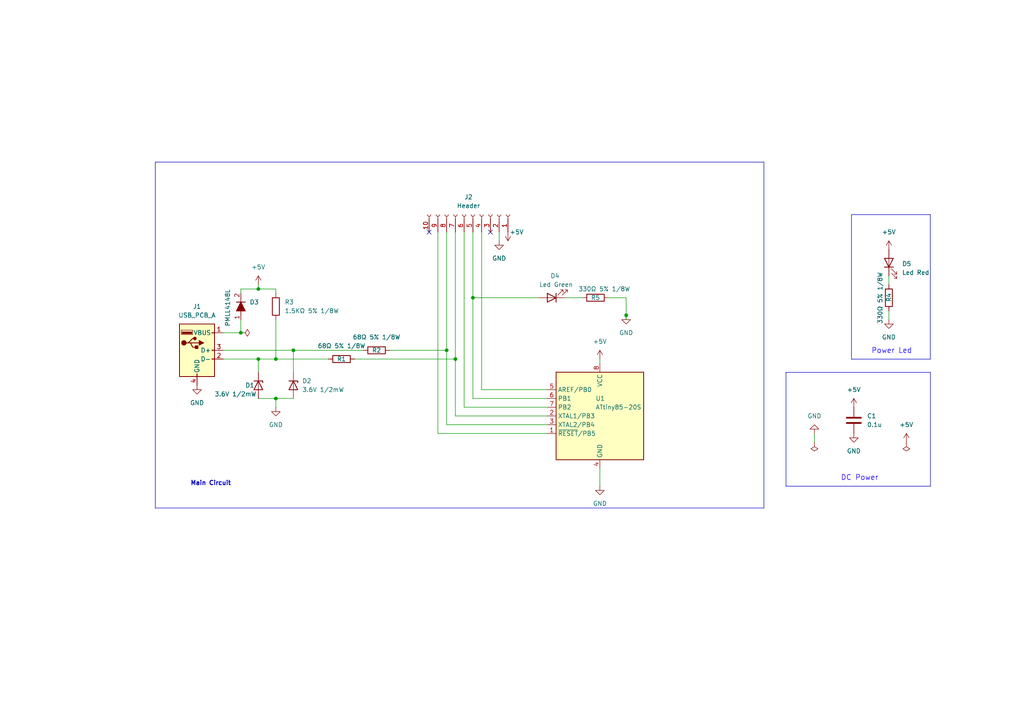
<source format=kicad_sch>
(kicad_sch (version 20250114) (generator "eeschema") (generator_version "9.0")
  (paper "A4")
  (title_block (title "ALBIZURI PYLIPEC") (date "2024-03-18") (rev "version Test2024") (company "UCC") (comment 1 "proyectoBase2024"))
  (lib_symbols
    (symbol "+5V_1" (power) (pin_names (offset 0))
      (property "Value" "+5V_1" (at 0 3.556 0))
      (symbol "+5V_1_0_1"
        (polyline (pts (xy -0.762 1.27) (xy 0 2.54)))
        (polyline (pts (xy 0 2.54) (xy 0.762 1.27)))
        (polyline (pts (xy 0 0) (xy 0 2.54)))
      )
      (symbol "+5V_1_1_1"
        (pin power_in line (at 0 0 90) (length 0) (hide yes) (name "+5V") (number "1"))
      )
    )
    (symbol "Connector:Conn_01x10_Socket" (pin_names (offset 1.016) (hide yes))
      (property "Reference" "J" (at 0 12.7 0))
      (property "Value" "Conn_01x10_Socket" (at 0 -15.24 0))
      (symbol "Conn_01x10_Socket_1_1"
        (polyline (pts (xy -1.27 10.16) (xy -0.508 10.16)) (stroke (width 0.1524)))
        (polyline (pts (xy -1.27 7.62) (xy -0.508 7.62)) (stroke (width 0.1524)))
        (polyline (pts (xy -1.27 5.08) (xy -0.508 5.08)) (stroke (width 0.1524)))
        (polyline (pts (xy -1.27 2.54) (xy -0.508 2.54)) (stroke (width 0.1524)))
        (polyline (pts (xy -1.27 0) (xy -0.508 0)) (stroke (width 0.1524)))
        (polyline (pts (xy -1.27 -2.54) (xy -0.508 -2.54)) (stroke (width 0.1524)))
        (polyline (pts (xy -1.27 -5.08) (xy -0.508 -5.08)) (stroke (width 0.1524)))
        (polyline (pts (xy -1.27 -7.62) (xy -0.508 -7.62)) (stroke (width 0.1524)))
        (polyline (pts (xy -1.27 -10.16) (xy -0.508 -10.16)) (stroke (width 0.1524)))
        (polyline (pts (xy -1.27 -12.7) (xy -0.508 -12.7)) (stroke (width 0.1524)))
        (arc (start 0 9.652) (mid -0.5058 10.16) (end 0 10.668) (stroke (width 0.1524)))
        (arc (start 0 7.112) (mid -0.5058 7.62) (end 0 8.128) (stroke (width 0.1524)))
        (arc (start 0 4.572) (mid -0.5058 5.08) (end 0 5.588) (stroke (width 0.1524)))
        (arc (start 0 2.032) (mid -0.5058 2.54) (end 0 3.048) (stroke (width 0.1524)))
        (arc (start 0 -0.508) (mid -0.5058 0) (end 0 0.508) (stroke (width 0.1524)))
        (arc (start 0 -3.048) (mid -0.5058 -2.54) (end 0 -2.032) (stroke (width 0.1524)))
        (arc (start 0 -5.588) (mid -0.5058 -5.08) (end 0 -4.572) (stroke (width 0.1524)))
        (arc (start 0 -8.128) (mid -0.5058 -7.62) (end 0 -7.112) (stroke (width 0.1524)))
        (arc (start 0 -10.668) (mid -0.5058 -10.16) (end 0 -9.652) (stroke (width 0.1524)))
        (arc (start 0 -13.208) (mid -0.5058 -12.7) (end 0 -12.192) (stroke (width 0.1524)))
        (pin passive line (at -5.08 10.16 0) (length 3.81) (name "Pin_1") (number "1"))
        (pin passive line (at -5.08 7.62 0) (length 3.81) (name "Pin_2") (number "2"))
        (pin passive line (at -5.08 5.08 0) (length 3.81) (name "Pin_3") (number "3"))
        (pin passive line (at -5.08 2.54 0) (length 3.81) (name "Pin_4") (number "4"))
        (pin passive line (at -5.08 0 0) (length 3.81) (name "Pin_5") (number "5"))
        (pin passive line (at -5.08 -2.54 0) (length 3.81) (name "Pin_6") (number "6"))
        (pin passive line (at -5.08 -5.08 0) (length 3.81) (name "Pin_7") (number "7"))
        (pin passive line (at -5.08 -7.62 0) (length 3.81) (name "Pin_8") (number "8"))
        (pin passive line (at -5.08 -10.16 0) (length 3.81) (name "Pin_9") (number "9"))
        (pin passive line (at -5.08 -12.7 0) (length 3.81) (name "Pin_10") (number "10"))
      )
    )
    (symbol "Connector:USB_A" (pin_names (offset 1.016))
      (property "Reference" "J2" (at 0 12.7 0))
      (property "Value" "USB_A" (at 0 10.16 0))
      (symbol "USB_A_0_1"
        (rectangle (start -5.08 -7.62) (end 5.08 7.62) (stroke (width 0.254)) (fill (type background)))
        (circle (center -3.81 2.159) (radius 0.635) (stroke (width 0.254)) (fill (type outline)))
        (polyline (pts (xy -3.175 2.159) (xy -2.54 2.159) (xy -1.27 3.429) (xy -0.635 3.429)) (stroke (width 0.254)))
        (polyline (pts (xy -2.54 2.159) (xy -1.905 2.159) (xy -1.27 0.889) (xy 0 0.889)) (stroke (width 0.254)))
        (rectangle (start -1.524 4.826) (end -4.318 5.334) (fill (type outline)))
        (rectangle (start -1.27 4.572) (end -4.572 5.842))
        (circle (center -0.635 3.429) (radius 0.381) (stroke (width 0.254)) (fill (type outline)))
        (rectangle (start -0.127 -7.62) (end 0.127 -6.858))
        (rectangle (start 0.254 1.27) (end -0.508 0.508) (stroke (width 0.254)) (fill (type outline)))
        (polyline (pts (xy 0.635 2.794) (xy 0.635 1.524) (xy 1.905 2.159) (xy 0.635 2.794)) (stroke (width 0.254)) (fill (type outline)))
        (rectangle (start 5.08 4.953) (end 4.318 5.207))
        (rectangle (start 5.08 -0.127) (end 4.318 0.127))
        (rectangle (start 5.08 -2.667) (end 4.318 -2.413))
      )
      (symbol "USB_A_1_1"
        (polyline (pts (xy -1.905 2.159) (xy 0.635 2.159)) (stroke (width 0.254)))
        (pin power_in line (at 0 -10.16 90) (length 2.54) (name "GND") (number "4"))
        (pin power_in line (at 7.62 5.08 180) (length 2.54) (name "VBUS") (number "1"))
        (pin bidirectional line (at 7.62 0 180) (length 2.54) (name "D+") (number "3"))
        (pin bidirectional line (at 7.62 -2.54 180) (length 2.54) (name "D-") (number "2"))
      )
    )
    (symbol "D_Filled_1" (pin_numbers (hide yes)) (pin_names (offset 1.016) (hide yes))
      (property "Reference" "D" (at 0 2.54 0))
      (property "Value" "D_Filled" (at 0 -2.54 0))
      (symbol "D_Filled_1_0_1"
        (polyline (pts (xy -1.27 1.27) (xy -1.27 -1.27)) (stroke (width 0.254)))
        (polyline (pts (xy 1.27 1.27) (xy 1.27 -1.27) (xy -1.27 0) (xy 1.27 1.27)) (stroke (width 0.254)) (fill (type outline)))
        (polyline (pts (xy 1.27 0) (xy -1.27 0)))
      )
      (symbol "D_Filled_1_1_1"
        (pin passive line (at -3.81 0 0) (length 2.54) (name "K") (number "1"))
        (pin passive line (at 3.81 0 180) (length 2.54) (name "A") (number "2"))
      )
    )
    (symbol "Device:C" (pin_numbers (hide yes)) (pin_names (offset 0.254))
      (property "Reference" "C" (at 0.635 2.54 0))
      (property "Value" "C" (at 0.635 -2.54 0))
      (symbol "C_0_1"
        (polyline (pts (xy -2.032 0.762) (xy 2.032 0.762)) (stroke (width 0.508)))
        (polyline (pts (xy -2.032 -0.762) (xy 2.032 -0.762)) (stroke (width 0.508)))
      )
      (symbol "C_1_1"
        (pin passive line (at 0 3.81 270) (length 2.794) (name "~") (number "1"))
        (pin passive line (at 0 -3.81 90) (length 2.794) (name "~") (number "2"))
      )
    )
    (symbol "Device:D_Zener" (pin_numbers (hide yes)) (pin_names (offset 1.016) (hide yes))
      (property "Reference" "D" (at 0 2.54 0))
      (property "Value" "D_Zener" (at 0 -2.54 0))
      (symbol "D_Zener_0_1"
        (polyline (pts (xy -1.27 -1.27) (xy -1.27 1.27) (xy -0.762 1.27)) (stroke (width 0.254)))
        (polyline (pts (xy 1.27 0) (xy -1.27 0)))
        (polyline (pts (xy 1.27 -1.27) (xy 1.27 1.27) (xy -1.27 0) (xy 1.27 -1.27)) (stroke (width 0.254)))
      )
      (symbol "D_Zener_1_1"
        (pin passive line (at -3.81 0 0) (length 2.54) (name "K") (number "1"))
        (pin passive line (at 3.81 0 180) (length 2.54) (name "A") (number "2"))
      )
    )
    (symbol "Device:LED" (pin_numbers (hide yes)) (pin_names (offset 1.016) (hide yes))
      (property "Reference" "D" (at 0 2.54 0))
      (property "Value" "LED" (at 0 -2.54 0))
      (symbol "LED_0_1"
        (polyline (pts (xy -3.048 -0.762) (xy -4.572 -2.286) (xy -3.81 -2.286) (xy -4.572 -2.286) (xy -4.572 -1.524)))
        (polyline (pts (xy -1.778 -0.762) (xy -3.302 -2.286) (xy -2.54 -2.286) (xy -3.302 -2.286) (xy -3.302 -1.524)))
        (polyline (pts (xy -1.27 0) (xy 1.27 0)))
        (polyline (pts (xy -1.27 -1.27) (xy -1.27 1.27)) (stroke (width 0.254)))
        (polyline (pts (xy 1.27 -1.27) (xy 1.27 1.27) (xy -1.27 0) (xy 1.27 -1.27)) (stroke (width 0.254)))
      )
      (symbol "LED_1_1"
        (pin passive line (at -3.81 0 0) (length 2.54) (name "K") (number "1"))
        (pin passive line (at 3.81 0 180) (length 2.54) (name "A") (number "2"))
      )
    )
    (symbol "Device:R" (pin_numbers (hide yes)) (pin_names (offset 0))
      (property "Reference" "R" (at 2.032 0 90))
      (property "Value" "R" (at 0 0 90))
      (symbol "R_0_1"
        (rectangle (start -1.016 -2.54) (end 1.016 2.54) (stroke (width 0.254)))
      )
      (symbol "R_1_1"
        (pin passive line (at 0 3.81 270) (length 1.27) (name "~") (number "1"))
        (pin passive line (at 0 -3.81 90) (length 1.27) (name "~") (number "2"))
      )
    )
    (symbol "GND_1" (power) (pin_names (offset 0))
      (property "Value" "GND_1" (at 0 -3.81 0))
      (symbol "GND_1_0_1"
        (polyline (pts (xy 0 0) (xy 0 -1.27) (xy 1.27 -1.27) (xy 0 -2.54) (xy -1.27 -1.27) (xy 0 -1.27)))
      )
      (symbol "GND_1_1_1"
        (pin power_in line (at 0 0 270) (length 0) (hide yes) (name "GND") (number "1"))
      )
    )
    (symbol "MCU_Microchip_ATtiny:ATtiny85-20S"
      (property "Reference" "U" (at -12.7 13.97 0))
      (property "Value" "ATtiny85-20S" (at 2.54 -13.97 0))
      (symbol "ATtiny85-20S_0_1"
        (rectangle (start -12.7 -12.7) (end 12.7 12.7) (stroke (width 0.254)) (fill (type background)))
      )
      (symbol "ATtiny85-20S_1_1"
        (pin power_in line (at 0 15.24 270) (length 2.54) (name "VCC") (number "8"))
        (pin power_in line (at 0 -15.24 90) (length 2.54) (name "GND") (number "4"))
        (pin bidirectional line (at 15.24 7.62 180) (length 2.54) (name "AREF/PB0") (number "5"))
        (pin bidirectional line (at 15.24 5.08 180) (length 2.54) (name "PB1") (number "6"))
        (pin bidirectional line (at 15.24 2.54 180) (length 2.54) (name "PB2") (number "7"))
        (pin bidirectional line (at 15.24 0 180) (length 2.54) (name "XTAL1/PB3") (number "2"))
        (pin bidirectional line (at 15.24 -2.54 180) (length 2.54) (name "XTAL2/PB4") (number "3"))
        (pin bidirectional line (at 15.24 -5.08 180) (length 2.54) (name "~{RESET}/PB5") (number "1"))
      )
    )
    (symbol "PWR_FLAG_1" (power) (pin_numbers (hide yes)) (pin_names (offset 0) (hide yes))
      (property "Value" "PWR_FLAG_1" (at 0 3.81 0))
      (symbol "PWR_FLAG_1_0_0"
        (pin power_out line (at 0 0 90) (length 0) (name "pwr") (number "1"))
      )
      (symbol "PWR_FLAG_1_0_1"
        (polyline (pts (xy 0 0) (xy 0 1.27) (xy -1.016 1.905) (xy 0 2.54) (xy 1.016 1.905) (xy 0 1.27)))
      )
    )
    (symbol "power:+5V" (power) (pin_names (offset 0))
      (property "Value" "+5V" (at 0 3.556 0))
      (symbol "+5V_0_1"
        (polyline (pts (xy -0.762 1.27) (xy 0 2.54)))
        (polyline (pts (xy 0 2.54) (xy 0.762 1.27)))
        (polyline (pts (xy 0 0) (xy 0 2.54)))
      )
      (symbol "+5V_1_1"
        (pin power_in line (at 0 0 90) (length 0) (hide yes) (name "+5V") (number "1"))
      )
    )
    (symbol "power:GND" (power) (pin_names (offset 0))
      (property "Value" "GND" (at 0 -3.81 0))
      (symbol "GND_0_1"
        (polyline (pts (xy 0 0) (xy 0 -1.27) (xy 1.27 -1.27) (xy 0 -2.54) (xy -1.27 -1.27) (xy 0 -1.27)))
      )
      (symbol "GND_1_1"
        (pin power_in line (at 0 0 270) (length 0) (hide yes) (name "GND") (number "1"))
      )
    )
  )
  (text "Main Circuit" (at 55.1942 140.9954 0) (effects (font (size 1.27 1.27) (thickness 0.254) (bold yes)) (justify left bottom)))
  (junction (at 74.93 83.82))
  (junction (at 69.85 96.52))
  (junction (at 132.08 104.14))
  (junction (at 181.61 91.44))
  (junction (at 129.54 101.6))
  (junction (at 74.93 104.14))
  (junction (at 137.16 86.36))
  (junction (at 80.01 115.57))
  (junction (at 85.09 101.6))
  (junction (at 80.01 104.14))
  (no_connect (at 124.46 67.31))
  (no_connect (at 142.24 67.31))
  (wire (pts (xy 137.16 86.36) (xy 137.16 67.31)))
  (wire (pts (xy 134.62 67.31) (xy 134.62 118.11)))
  (wire (pts (xy 158.75 120.65) (xy 132.08 120.65)))
  (wire (pts (xy 129.54 101.6) (xy 129.54 123.19)))
  (wire (pts (xy 127 67.31) (xy 127 125.73)))
  (polyline (pts (xy 45.0342 147.3454) (xy 45.0342 47.0154)))
  (wire (pts (xy 113.03 101.6) (xy 129.54 101.6)))
  (wire (pts (xy 173.99 104.14) (xy 173.99 105.41)))
  (polyline (pts (xy 221.5642 47.0154) (xy 221.5642 147.3454)))
  (wire (pts (xy 85.09 101.6) (xy 85.09 107.95)))
  (wire (pts (xy 80.01 115.57) (xy 85.09 115.57)))
  (wire (pts (xy 80.01 92.71) (xy 80.01 104.14)))
  (wire (pts (xy 137.16 115.57) (xy 137.16 86.36)))
  (wire (pts (xy 74.93 82.55) (xy 74.93 83.82)))
  (polyline (pts (xy 269.8242 62.2554) (xy 269.8242 104.1654)))
  (wire (pts (xy 129.54 123.19) (xy 158.75 123.19)))
  (wire (pts (xy 102.87 104.14) (xy 132.08 104.14)))
  (wire (pts (xy 74.93 104.14) (xy 74.93 107.95)))
  (wire (pts (xy 132.08 104.14) (xy 132.08 67.31)))
  (polyline (pts (xy 227.965 108.0008) (xy 269.875 108.0008)))
  (wire (pts (xy 158.75 115.57) (xy 137.16 115.57)))
  (wire (pts (xy 163.83 86.36) (xy 168.91 86.36)))
  (polyline (pts (xy 269.8242 104.1654) (xy 246.9642 104.1654)))
  (wire (pts (xy 85.09 101.6) (xy 105.41 101.6)))
  (wire (pts (xy 80.01 83.82) (xy 80.01 85.09)))
  (wire (pts (xy 74.93 115.57) (xy 80.01 115.57)))
  (polyline (pts (xy 227.965 141.0208) (xy 227.965 108.0008)))
  (polyline (pts (xy 221.5642 147.3454) (xy 45.0342 147.3454)))
  (wire (pts (xy 181.61 91.44) (xy 181.61 92.71)))
  (wire (pts (xy 137.16 86.36) (xy 156.21 86.36)))
  (wire (pts (xy 64.77 104.14) (xy 74.93 104.14)))
  (wire (pts (xy 257.81 80.01) (xy 257.81 82.55)))
  (wire (pts (xy 80.01 115.57) (xy 80.01 118.11)))
  (wire (pts (xy 139.7 67.31) (xy 139.7 113.03)))
  (wire (pts (xy 80.01 83.82) (xy 74.93 83.82)))
  (wire (pts (xy 236.22 128.27) (xy 236.22 125.73)))
  (wire (pts (xy 181.61 86.36) (xy 181.61 91.44)))
  (wire (pts (xy 257.81 90.17) (xy 257.81 92.71)))
  (wire (pts (xy 144.78 67.31) (xy 144.78 69.85)))
  (polyline (pts (xy 246.9642 104.1654) (xy 246.9642 62.2554)))
  (polyline (pts (xy 246.9642 62.2554) (xy 269.8242 62.2554)))
  (wire (pts (xy 69.85 92.71) (xy 69.85 96.52)))
  (wire (pts (xy 139.7 113.03) (xy 158.75 113.03)))
  (wire (pts (xy 64.77 101.6) (xy 85.09 101.6)))
  (wire (pts (xy 64.77 96.52) (xy 69.85 96.52)))
  (wire (pts (xy 129.54 67.31) (xy 129.54 101.6)))
  (polyline (pts (xy 269.875 108.0008) (xy 269.875 141.0208)))
  (wire (pts (xy 132.08 120.65) (xy 132.08 104.14)))
  (polyline (pts (xy 45.0342 47.0154) (xy 221.5642 47.0154)))
  (wire (pts (xy 127 125.73) (xy 158.75 125.73)))
  (wire (pts (xy 80.01 104.14) (xy 95.25 104.14)))
  (wire (pts (xy 69.85 83.82) (xy 74.93 83.82)))
  (polyline (pts (xy 269.875 141.0208) (xy 227.965 141.0208)))
  (wire (pts (xy 173.99 140.97) (xy 173.99 135.89)))
  (wire (pts (xy 134.62 118.11) (xy 158.75 118.11)))
  (wire (pts (xy 74.93 104.14) (xy 80.01 104.14)))
  (wire (pts (xy 176.53 86.36) (xy 181.61 86.36)))
  (wire (pts (xy 69.85 83.82) (xy 69.85 85.09)))
  (label "2" (at 69.85 86.36 90))
  (label "DC Power" (at 243.84 139.7 0) (effects (font (size 1.5 1.5))))
  (label "Power Led" (at 252.73 102.87 0) (effects (font (size 1.5 1.5))))
  (label "1" (at 69.85 92.71 90))
  (symbol (lib_id "power:GND") (at 144.78 69.85 0) (unit 1)
    (property "Reference" "#PWR05" (effects (hide yes)))
    (property "Value" "GND" (at 144.78 74.93 0))
  )
  (symbol (lib_id "Device:R") (at 257.81 86.36 0) (unit 1)
    (property "Reference" "R4" (at 257.81 87.63 90) (effects (justify left)))
    (property "Value" "330Ω 5% 1/8W" (at 255.27 93.98 90) (effects (justify left)))
    (property "Footprint" "Resistor_SMD:R_0805_2012Metric_Pad1.20x1.40mm_HandSolder" (effects (hide yes)))
  )
  (symbol (lib_id "Device:LED") (at 257.81 76.2 90) (unit 1)
    (property "Reference" "D5" (at 261.62 76.5175 90) (effects (justify right)))
    (property "Value" "Led Red" (at 261.62 79.0575 90) (effects (justify right)))
    (property "Footprint" "ledSmd:ledSMD" (effects (hide yes)))
  )
  (symbol (lib_id "Device:R") (at 80.01 88.9 0) (unit 1)
    (property "Reference" "R3" (at 82.55 87.63 0) (effects (justify left)))
    (property "Value" "1.5KΩ 5% 1/8W" (at 82.55 90.17 0) (effects (justify left)))
    (property "Footprint" "Resistor_SMD:R_0805_2012Metric_Pad1.20x1.40mm_HandSolder" (effects (hide yes)))
  )
  (symbol (lib_id "Device:D_Zener") (at 74.93 111.76 270) (unit 1)
    (property "Reference" "D1" (at 71.12 111.76 90) (effects (justify left)))
    (property "Value" "3.6V 1/2mW" (at 62.23 114.3 90) (effects (justify left)))
    (property "Footprint" "Diode_SMD:D_SOD-123" (effects (hide yes)))
  )
  (symbol (lib_id "Device:R") (at 99.06 104.14 90) (unit 1)
    (property "Reference" "R1" (at 99.06 104.14 90))
    (property "Value" "68Ω 5% 1/8W" (at 99.06 100.33 90))
    (property "Footprint" "Resistor_SMD:R_0805_2012Metric_Pad1.20x1.40mm_HandSolder" (effects (hide yes)))
  )
  (symbol (lib_id "power:GND") (at 181.61 91.44 0) (unit 1)
    (property "Reference" "#PWR08" (effects (hide yes)))
    (property "Value" "GND" (at 181.61 96.52 0))
  )
  (symbol (lib_id "MCU_Microchip_ATtiny:ATtiny85-20S") (at 173.99 120.65 0) (mirror y) (unit 1)
    (property "Reference" "U1" (at 172.72 115.57 0) (effects (justify right)))
    (property "Value" "ATtiny85-20S" (at 172.72 118.11 0) (effects (justify right)))
    (property "Footprint" "Package_SO:SOIC-8W_5.3x5.3mm_P1.27mm" (effects (hide yes)))
    (property "Datasheet" "http://ww1.microchip.com/downloads/en/DeviceDoc/atmel-2586-avr-8-bit-microcontroller-attiny25-attiny45-attiny85_datasheet.pdf" (effects (hide yes)))
  )
  (symbol (lib_id "Device:R") (at 172.72 86.36 90) (unit 1)
    (property "Reference" "R5" (at 172.72 86.36 90))
    (property "Value" "330Ω 5% 1/8W" (at 175.26 83.82 90))
    (property "Footprint" "Resistor_SMD:R_0805_2012Metric_Pad1.20x1.40mm_HandSolder" (effects (hide yes)))
  )
  (symbol (lib_id "power:GND") (at 247.65 125.73 0) (unit 1)
    (property "Reference" "#PWR012" (effects (hide yes)))
    (property "Value" "GND" (at 247.65 130.81 0))
  )
  (symbol (lib_id "Connector:Conn_01x10_Socket") (at 137.16 62.23 270) (mirror x) (unit 1)
    (property "Reference" "J2" (at 135.89 57.15 90))
    (property "Value" "Header" (at 135.89 59.69 90))
    (property "Footprint" "Connector_PinHeader_2.54mm:PinHeader_1x10_P2.54mm_Vertical" (effects (hide yes)))
  )
  (symbol (lib_id "power:+5V") (at 262.89 128.27 0) (unit 1)
    (property "Reference" "#PWR014" (effects (hide yes)))
    (property "Value" "+5V" (at 262.89 123.19 0))
  )
  (symbol (lib_name "PWR_FLAG_1") (lib_id "power:PWR_FLAG") (at 69.85 96.52 270) (unit 1)
    (property "Reference" "#FLG01" (effects (hide yes)))
    (property "Value" "PWR_FLAG" (effects (hide yes)))
  )
  (symbol (lib_id "power:+5V") (at 257.81 72.39 0) (unit 1)
    (property "Reference" "#PWR010" (effects (hide yes)))
    (property "Value" "+5V" (at 257.81 67.31 0))
  )
  (symbol (lib_id "Device:D_Zener") (at 85.09 111.76 270) (unit 1)
    (property "Reference" "D2" (at 87.63 110.49 90) (effects (justify left)))
    (property "Value" "3.6V 1/2mW" (at 87.63 113.03 90) (effects (justify left)))
    (property "Footprint" "Diode_SMD:D_SOD-123" (effects (hide yes)))
  )
  (symbol (lib_id "Connector:USB_A") (at 57.15 101.6 0) (unit 1)
    (property "Reference" "J1" (at 57.15 88.9 0))
    (property "Value" "USB_PCB_A" (at 57.15 91.44 0))
    (property "Footprint" "embeddedPcbUsb:USB_A_UCC" (effects (hide yes)))
    (property "Datasheet" " ~" (effects (hide yes)))
  )
  (symbol (lib_name "GND_1") (lib_id "power:GND") (at 257.81 92.71 0) (unit 1)
    (property "Reference" "#PWR02" (effects (hide yes)))
    (property "Value" "GND" (at 257.81 97.79 0))
  )
  (symbol (lib_name "PWR_FLAG_1") (lib_id "power:PWR_FLAG") (at 236.22 128.27 180) (unit 1)
    (property "Reference" "#FLG02" (effects (hide yes)))
    (property "Value" "PWR_FLAG" (effects (hide yes)))
  )
  (symbol (lib_id "Device:LED") (at 160.02 86.36 180) (unit 1)
    (property "Reference" "D4" (at 160.9725 80.01 0))
    (property "Value" "Led Green" (at 161.29 82.55 0))
    (property "Footprint" "ledSmd:ledSMD" (effects (hide yes)))
  )
  (symbol (lib_name "+5V_1") (lib_id "power:+5V") (at 74.93 82.55 0) (unit 1)
    (property "Reference" "#PWR01" (effects (hide yes)))
    (property "Value" "+5V" (at 74.93 77.47 0))
  )
  (symbol (lib_id "power:GND") (at 173.99 140.97 0) (unit 1)
    (property "Reference" "#PWR09" (effects (hide yes)))
    (property "Value" "GND" (at 173.99 146.05 0))
  )
  (symbol (lib_name "PWR_FLAG_1") (lib_id "power:PWR_FLAG") (at 262.89 128.27 180) (unit 1)
    (property "Reference" "#FLG03" (effects (hide yes)))
    (property "Value" "PWR_FLAG" (effects (hide yes)))
  )
  (symbol (lib_id "power:GND") (at 57.15 111.76 0) (unit 1)
    (property "Reference" "#PWR04" (effects (hide yes)))
    (property "Value" "GND" (at 57.15 116.84 0))
  )
  (symbol (lib_id "power:GND") (at 236.22 125.73 180) (unit 1)
    (property "Reference" "#PWR013" (effects (hide yes)))
    (property "Value" "GND" (at 236.22 120.65 0))
  )
  (symbol (lib_id "power:GND") (at 80.01 118.11 0) (unit 1)
    (property "Reference" "#PWR03" (effects (hide yes)))
    (property "Value" "GND" (at 80.01 123.19 0))
  )
  (symbol (lib_id "power:+5V") (at 173.99 104.14 0) (unit 1)
    (property "Reference" "#PWR07" (effects (hide yes)))
    (property "Value" "+5V" (at 173.99 99.06 0))
  )
  (symbol (lib_id "power:+5V") (at 147.32 67.31 180) (unit 1)
    (property "Reference" "#PWR06" (effects (hide yes)))
    (property "Value" "+5V" (at 149.86 67.31 0))
  )
  (symbol (lib_id "Device:R") (at 109.22 101.6 90) (unit 1)
    (property "Reference" "R2" (at 109.22 101.6 90))
    (property "Value" "68Ω 5% 1/8W" (at 109.22 97.79 90))
    (property "Footprint" "Resistor_SMD:R_0805_2012Metric_Pad1.20x1.40mm_HandSolder" (effects (hide yes)))
  )
  (symbol (lib_id "Device:C") (at 247.65 121.92 0) (unit 1)
    (property "Reference" "C1" (at 251.46 120.65 0) (effects (justify left)))
    (property "Value" "0.1u" (at 251.46 123.19 0) (effects (justify left)))
    (property "Footprint" "Capacitor_SMD:C_0805_2012Metric_Pad1.18x1.45mm_HandSolder" (effects (hide yes)))
  )
  (symbol (lib_name "D_Filled_1") (lib_id "Device:D_Filled") (at 69.85 88.9 270) (unit 1)
    (property "Reference" "D3" (at 72.39 87.63 90) (effects (justify left)))
    (property "Value" "PMLL4148L" (at 66.04 83.82 0) (effects (justify left)))
    (property "Footprint" "Diode_SMD:D_MiniMELF" (effects (hide yes)))
    (property "Sim.Device" "D" (effects (hide yes)))
    (property "Sim.Pins" "1=K 2=A" (effects (hide yes)))
  )
  (symbol (lib_id "power:+5V") (at 247.65 118.11 0) (unit 1)
    (property "Reference" "#PWR011" (effects (hide yes)))
    (property "Value" "+5V" (at 247.65 113.03 0))
  )
)
</source>
